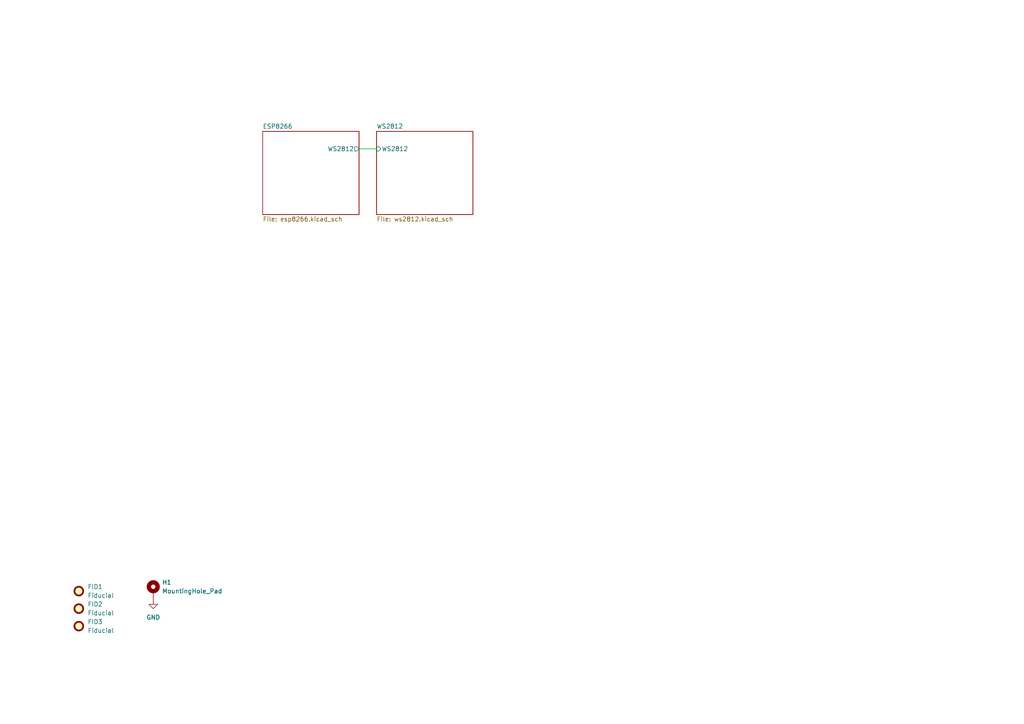
<source format=kicad_sch>
(kicad_sch (version 20231120) (generator "eeschema") (generator_version "8.0")
  (paper "A4")
  (title_block (title "Spiralboard") (date "2024-06-23") (rev "v1.1") (company "@casartar"))
  (lib_symbols
    (symbol "Mechanical:Fiducial"
      (property "Reference" "FID" (at 0 5.08 0))
      (property "Value" "Fiducial" (at 0 3.175 0))
      (symbol "Fiducial_0_1"
        (circle (center 0 0) (radius 1.27) (stroke (width 0.508)) (fill (type background)))
      )
    )
    (symbol "Mechanical:MountingHole_Pad" (pin_numbers hide) (pin_names (offset 1.016) hide)
      (property "Reference" "H" (at 0 6.35 0))
      (property "Value" "MountingHole_Pad" (at 0 4.445 0))
      (symbol "MountingHole_Pad_0_1"
        (circle (center 0 1.27) (radius 1.27) (stroke (width 1.27)))
      )
      (symbol "MountingHole_Pad_1_1"
        (pin input line (at 0 -2.54 90) (length 2.54) (name "1") (number "1"))
      )
    )
    (symbol "power:GND" (power) (pin_names (offset 0))
      (property "Value" "GND" (at 0 -3.81 0))
      (symbol "GND_0_1"
        (polyline (pts (xy 0 0) (xy 0 -1.27) (xy 1.27 -1.27) (xy 0 -2.54) (xy -1.27 -1.27) (xy 0 -1.27)))
      )
      (symbol "GND_1_1"
        (pin power_in line (at 0 0 270) (length 0) hide (name "GND") (number "1"))
      )
    )
  )
  (wire (pts (xy 109.22 43.18) (xy 104.14 43.18)))
  (symbol (lib_id "Mechanical:Fiducial") (at 22.86 176.53 0) (unit 1)
    (property "Reference" "FID2" (at 25.4 175.26 0) (effects (justify left)))
    (property "Value" "Fiducial" (at 25.4 177.8 0) (effects (justify left)))
    (property "Footprint" "Fiducial:Fiducial_1mm_Mask2mm" (effects (hide yes)))
  )
  (symbol (lib_id "Mechanical:Fiducial") (at 22.86 181.61 0) (unit 1)
    (property "Reference" "FID3" (at 25.4 180.34 0) (effects (justify left)))
    (property "Value" "Fiducial" (at 25.4 182.88 0) (effects (justify left)))
    (property "Footprint" "Fiducial:Fiducial_1mm_Mask2mm" (effects (hide yes)))
  )
  (symbol (lib_id "power:GND") (at 44.45 173.99 0) (unit 1)
    (property "Reference" "#PWR01" (effects (hide yes)))
    (property "Value" "GND" (at 44.45 179.07 0))
  )
  (symbol (lib_id "Mechanical:Fiducial") (at 22.86 171.45 0) (unit 1)
    (property "Reference" "FID1" (at 25.4 170.18 0) (effects (justify left)))
    (property "Value" "Fiducial" (at 25.4 172.72 0) (effects (justify left)))
    (property "Footprint" "Fiducial:Fiducial_1mm_Mask2mm" (effects (hide yes)))
  )
  (symbol (lib_id "Mechanical:MountingHole_Pad") (at 44.45 171.45 0) (unit 1)
    (property "Reference" "H1" (at 46.99 168.91 0) (effects (justify left)))
    (property "Value" "MountingHole_Pad" (at 46.99 171.45 0) (effects (justify left)))
    (property "Footprint" "MountingHole:MountingHole_5.3mm_M5_Pad_TopBottom" (effects (hide yes)))
  )
  (sheet (at 76.2 38.1) (size 27.94 24.13) (stroke (width 0.1524))
    (property "Sheetname" "ESP8266" (at 76.2 37.3884 0) (effects (justify left bottom)))
    (property "Sheetfile" "esp8266.kicad_sch" (at 76.2 62.8146 0) (effects (justify left top)))
    (pin "WS2812" output (at 104.14 43.18 0))
  )
  (sheet (at 109.22 38.1) (size 27.94 24.13) (stroke (width 0.1524))
    (property "Sheetname" "WS2812" (at 109.22 37.3884 0) (effects (justify left bottom)))
    (property "Sheetfile" "ws2812.kicad_sch" (at 109.22 62.8146 0) (effects (justify left top)))
    (pin "WS2812" input (at 109.22 43.18 180))
  )
)
</source>
